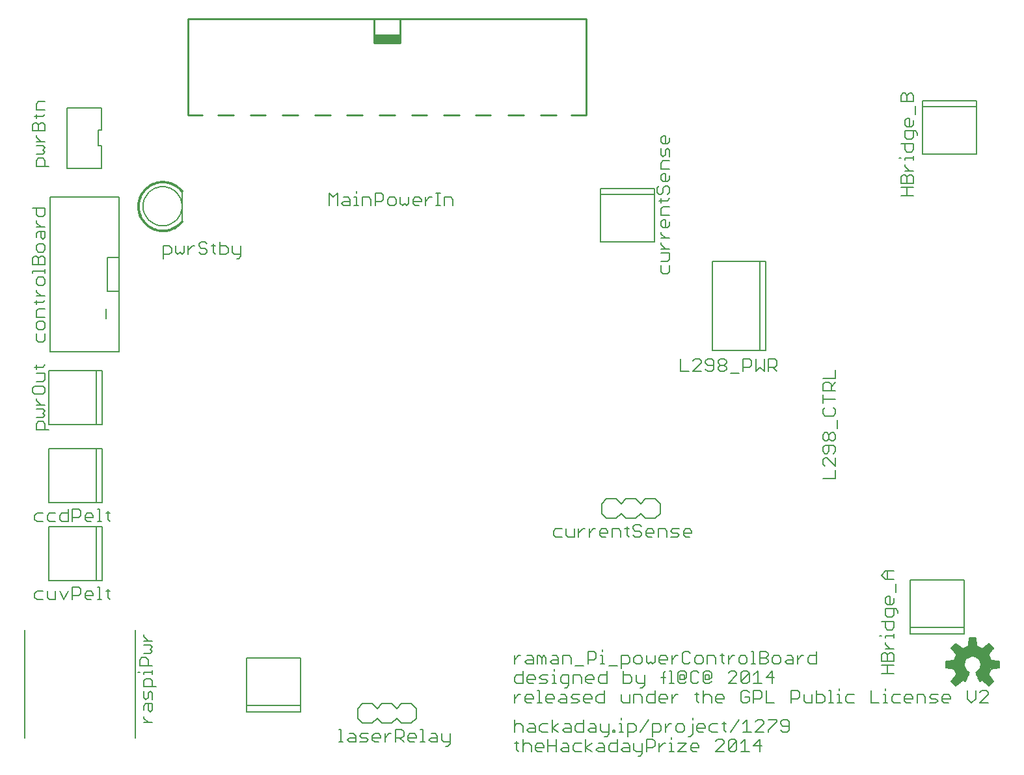
<source format=gto>
G75*
G70*
%OFA0B0*%
%FSLAX24Y24*%
%IPPOS*%
%LPD*%
%AMOC8*
5,1,8,0,0,1.08239X$1,22.5*
%
%ADD10C,0.0060*%
%ADD11C,0.0080*%
%ADD12C,0.0050*%
%ADD13C,0.0100*%
%ADD14C,0.0010*%
%ADD15C,0.0059*%
D10*
X007175Y002630D02*
X007602Y002630D01*
X007388Y002630D02*
X007175Y002844D01*
X007175Y002950D01*
X007175Y003274D02*
X007175Y003487D01*
X007282Y003594D01*
X007602Y003594D01*
X007602Y003274D01*
X007495Y003167D01*
X007388Y003274D01*
X007388Y003594D01*
X007282Y003812D02*
X007388Y003918D01*
X007388Y004132D01*
X007495Y004239D01*
X007602Y004132D01*
X007602Y003812D01*
X007282Y003812D02*
X007175Y003918D01*
X007175Y004239D01*
X007175Y004456D02*
X007175Y004776D01*
X007282Y004883D01*
X007495Y004883D01*
X007602Y004776D01*
X007602Y004456D01*
X007815Y004456D02*
X007175Y004456D01*
X007175Y005101D02*
X007175Y005208D01*
X007602Y005208D01*
X007602Y005314D02*
X007602Y005101D01*
X007602Y005530D02*
X006961Y005530D01*
X006961Y005851D01*
X007068Y005958D01*
X007282Y005958D01*
X007388Y005851D01*
X007388Y005530D01*
X006961Y005208D02*
X006855Y005208D01*
X007175Y006175D02*
X007495Y006175D01*
X007602Y006282D01*
X007495Y006389D01*
X007602Y006495D01*
X007495Y006602D01*
X007175Y006602D01*
X007175Y006820D02*
X007602Y006820D01*
X007388Y006820D02*
X007175Y007033D01*
X007175Y007140D01*
X005446Y008930D02*
X005339Y009037D01*
X005339Y009464D01*
X005232Y009357D02*
X005446Y009357D01*
X004909Y009571D02*
X004909Y008930D01*
X004802Y008930D02*
X005016Y008930D01*
X004585Y009144D02*
X004585Y009250D01*
X004478Y009357D01*
X004265Y009357D01*
X004158Y009250D01*
X004158Y009037D01*
X004265Y008930D01*
X004478Y008930D01*
X004585Y009144D02*
X004158Y009144D01*
X003940Y009250D02*
X003834Y009144D01*
X003513Y009144D01*
X003513Y008930D02*
X003513Y009571D01*
X003834Y009571D01*
X003940Y009464D01*
X003940Y009250D01*
X003296Y009357D02*
X003082Y008930D01*
X002869Y009357D01*
X002651Y009357D02*
X002651Y008930D01*
X002331Y008930D01*
X002224Y009037D01*
X002224Y009357D01*
X002007Y009357D02*
X001686Y009357D01*
X001580Y009250D01*
X001580Y009037D01*
X001686Y008930D01*
X002007Y008930D01*
X004802Y009571D02*
X004909Y009571D01*
X004909Y012930D02*
X004909Y013571D01*
X004802Y013571D01*
X004585Y013250D02*
X004585Y013144D01*
X004158Y013144D01*
X004158Y013250D02*
X004158Y013037D01*
X004265Y012930D01*
X004478Y012930D01*
X004802Y012930D02*
X005016Y012930D01*
X005339Y013037D02*
X005446Y012930D01*
X005339Y013037D02*
X005339Y013464D01*
X005232Y013357D02*
X005446Y013357D01*
X004585Y013250D02*
X004478Y013357D01*
X004265Y013357D01*
X004158Y013250D01*
X003940Y013250D02*
X003834Y013144D01*
X003513Y013144D01*
X003513Y012930D02*
X003513Y013571D01*
X003834Y013571D01*
X003940Y013464D01*
X003940Y013250D01*
X003296Y013357D02*
X002976Y013357D01*
X002869Y013250D01*
X002869Y013037D01*
X002976Y012930D01*
X003296Y012930D01*
X003296Y013571D01*
X002651Y013357D02*
X002331Y013357D01*
X002224Y013250D01*
X002224Y013037D01*
X002331Y012930D01*
X002651Y012930D01*
X002007Y012930D02*
X001686Y012930D01*
X001580Y013037D01*
X001580Y013250D01*
X001686Y013357D01*
X002007Y013357D01*
X002102Y017630D02*
X002102Y017950D01*
X001995Y018057D01*
X001782Y018057D01*
X001675Y017950D01*
X001675Y017630D01*
X002315Y017630D01*
X001995Y018275D02*
X001675Y018275D01*
X001995Y018275D02*
X002102Y018381D01*
X001995Y018488D01*
X002102Y018595D01*
X001995Y018702D01*
X001675Y018702D01*
X001675Y018919D02*
X002102Y018919D01*
X001888Y018919D02*
X001675Y019133D01*
X001675Y019239D01*
X001568Y019456D02*
X001995Y019456D01*
X002102Y019563D01*
X002102Y019776D01*
X001995Y019883D01*
X001568Y019883D01*
X001461Y019776D01*
X001461Y019563D01*
X001568Y019456D01*
X001675Y020101D02*
X001995Y020101D01*
X002102Y020208D01*
X002102Y020528D01*
X001675Y020528D01*
X001675Y020745D02*
X001675Y020959D01*
X001568Y020852D02*
X001995Y020852D01*
X002102Y020959D01*
X001995Y022130D02*
X001782Y022130D01*
X001675Y022237D01*
X001675Y022557D01*
X001782Y022775D02*
X001995Y022775D01*
X002102Y022881D01*
X002102Y023095D01*
X001995Y023202D01*
X001782Y023202D01*
X001675Y023095D01*
X001675Y022881D01*
X001782Y022775D01*
X002102Y022557D02*
X002102Y022237D01*
X001995Y022130D01*
X002102Y023419D02*
X001675Y023419D01*
X001675Y023739D01*
X001782Y023846D01*
X002102Y023846D01*
X001995Y024170D02*
X001568Y024170D01*
X001675Y024064D02*
X001675Y024277D01*
X001675Y024493D02*
X002102Y024493D01*
X001888Y024493D02*
X001675Y024707D01*
X001675Y024814D01*
X001782Y025030D02*
X001995Y025030D01*
X002102Y025137D01*
X002102Y025351D01*
X001995Y025458D01*
X001782Y025458D01*
X001675Y025351D01*
X001675Y025137D01*
X001782Y025030D01*
X002102Y025675D02*
X002102Y025889D01*
X002102Y025782D02*
X001461Y025782D01*
X001461Y025675D01*
X001461Y026105D02*
X001461Y026425D01*
X001568Y026532D01*
X001675Y026532D01*
X001782Y026425D01*
X001782Y026105D01*
X002102Y026105D02*
X001461Y026105D01*
X001782Y026425D02*
X001888Y026532D01*
X001995Y026532D01*
X002102Y026425D01*
X002102Y026105D01*
X001995Y026749D02*
X001782Y026749D01*
X001675Y026856D01*
X001675Y027070D01*
X001782Y027176D01*
X001995Y027176D01*
X002102Y027070D01*
X002102Y026856D01*
X001995Y026749D01*
X001995Y027394D02*
X001888Y027501D01*
X001888Y027821D01*
X001782Y027821D02*
X002102Y027821D01*
X002102Y027501D01*
X001995Y027394D01*
X001675Y027501D02*
X001675Y027714D01*
X001782Y027821D01*
X001888Y028038D02*
X001675Y028252D01*
X001675Y028359D01*
X001782Y028575D02*
X001675Y028682D01*
X001675Y029003D01*
X001461Y029003D02*
X002102Y029003D01*
X002102Y028682D01*
X001995Y028575D01*
X001782Y028575D01*
X001675Y028038D02*
X002102Y028038D01*
X002102Y031130D02*
X002102Y031450D01*
X001995Y031557D01*
X001782Y031557D01*
X001675Y031450D01*
X001675Y031130D01*
X002315Y031130D01*
X001995Y031775D02*
X001675Y031775D01*
X001995Y031775D02*
X002102Y031881D01*
X001995Y031988D01*
X002102Y032095D01*
X001995Y032202D01*
X001675Y032202D01*
X001675Y032419D02*
X002102Y032419D01*
X001888Y032419D02*
X001675Y032633D01*
X001675Y032739D01*
X001782Y032956D02*
X001782Y033276D01*
X001888Y033383D01*
X001995Y033383D01*
X002102Y033276D01*
X002102Y032956D01*
X001461Y032956D01*
X001461Y033276D01*
X001568Y033383D01*
X001675Y033383D01*
X001782Y033276D01*
X001675Y033601D02*
X001675Y033814D01*
X001568Y033708D02*
X001995Y033708D01*
X002102Y033814D01*
X002102Y034030D02*
X001675Y034030D01*
X001675Y034351D01*
X001782Y034458D01*
X002102Y034458D01*
X007132Y029100D02*
X007134Y029163D01*
X007140Y029225D01*
X007150Y029287D01*
X007163Y029349D01*
X007181Y029409D01*
X007202Y029468D01*
X007227Y029526D01*
X007256Y029582D01*
X007288Y029636D01*
X007323Y029688D01*
X007361Y029737D01*
X007403Y029785D01*
X007447Y029829D01*
X007495Y029871D01*
X007544Y029909D01*
X007596Y029944D01*
X007650Y029976D01*
X007706Y030005D01*
X007764Y030030D01*
X007823Y030051D01*
X007883Y030069D01*
X007945Y030082D01*
X008007Y030092D01*
X008069Y030098D01*
X008132Y030100D01*
X008195Y030098D01*
X008257Y030092D01*
X008319Y030082D01*
X008381Y030069D01*
X008441Y030051D01*
X008500Y030030D01*
X008558Y030005D01*
X008614Y029976D01*
X008668Y029944D01*
X008720Y029909D01*
X008769Y029871D01*
X008817Y029829D01*
X008861Y029785D01*
X008903Y029737D01*
X008941Y029688D01*
X008976Y029636D01*
X009008Y029582D01*
X009037Y029526D01*
X009062Y029468D01*
X009083Y029409D01*
X009101Y029349D01*
X009114Y029287D01*
X009124Y029225D01*
X009130Y029163D01*
X009132Y029100D01*
X009130Y029037D01*
X009124Y028975D01*
X009114Y028913D01*
X009101Y028851D01*
X009083Y028791D01*
X009062Y028732D01*
X009037Y028674D01*
X009008Y028618D01*
X008976Y028564D01*
X008941Y028512D01*
X008903Y028463D01*
X008861Y028415D01*
X008817Y028371D01*
X008769Y028329D01*
X008720Y028291D01*
X008668Y028256D01*
X008614Y028224D01*
X008558Y028195D01*
X008500Y028170D01*
X008441Y028149D01*
X008381Y028131D01*
X008319Y028118D01*
X008257Y028108D01*
X008195Y028102D01*
X008132Y028100D01*
X008069Y028102D01*
X008007Y028108D01*
X007945Y028118D01*
X007883Y028131D01*
X007823Y028149D01*
X007764Y028170D01*
X007706Y028195D01*
X007650Y028224D01*
X007596Y028256D01*
X007544Y028291D01*
X007495Y028329D01*
X007447Y028371D01*
X007403Y028415D01*
X007361Y028463D01*
X007323Y028512D01*
X007288Y028564D01*
X007256Y028618D01*
X007227Y028674D01*
X007202Y028732D01*
X007181Y028791D01*
X007163Y028851D01*
X007150Y028913D01*
X007140Y028975D01*
X007134Y029037D01*
X007132Y029100D01*
X008162Y027057D02*
X008482Y027057D01*
X008589Y026950D01*
X008589Y026737D01*
X008482Y026630D01*
X008162Y026630D01*
X008162Y026416D02*
X008162Y027057D01*
X008806Y027057D02*
X008806Y026737D01*
X008913Y026630D01*
X009020Y026737D01*
X009127Y026630D01*
X009233Y026737D01*
X009233Y027057D01*
X009451Y027057D02*
X009451Y026630D01*
X009451Y026844D02*
X009665Y027057D01*
X009771Y027057D01*
X009988Y027057D02*
X009988Y027164D01*
X010095Y027271D01*
X010308Y027271D01*
X010415Y027164D01*
X010308Y026950D02*
X010415Y026844D01*
X010415Y026737D01*
X010308Y026630D01*
X010095Y026630D01*
X009988Y026737D01*
X010095Y026950D02*
X010308Y026950D01*
X010095Y026950D02*
X009988Y027057D01*
X010633Y027057D02*
X010846Y027057D01*
X010739Y027164D02*
X010739Y026737D01*
X010846Y026630D01*
X011062Y026630D02*
X011383Y026630D01*
X011489Y026737D01*
X011489Y026950D01*
X011383Y027057D01*
X011062Y027057D01*
X011062Y027271D02*
X011062Y026630D01*
X011707Y026737D02*
X011814Y026630D01*
X012134Y026630D01*
X012134Y026523D02*
X012027Y026416D01*
X011920Y026416D01*
X012134Y026523D02*
X012134Y027057D01*
X011707Y027057D02*
X011707Y026737D01*
X016662Y029130D02*
X016662Y029771D01*
X016875Y029557D01*
X017089Y029771D01*
X017089Y029130D01*
X017306Y029237D02*
X017413Y029344D01*
X017733Y029344D01*
X017733Y029450D02*
X017733Y029130D01*
X017413Y029130D01*
X017306Y029237D01*
X017413Y029557D02*
X017627Y029557D01*
X017733Y029450D01*
X017951Y029557D02*
X018058Y029557D01*
X018058Y029130D01*
X017951Y029130D02*
X018165Y029130D01*
X018381Y029130D02*
X018381Y029557D01*
X018701Y029557D01*
X018808Y029450D01*
X018808Y029130D01*
X019025Y029130D02*
X019025Y029771D01*
X019346Y029771D01*
X019452Y029664D01*
X019452Y029450D01*
X019346Y029344D01*
X019025Y029344D01*
X019670Y029450D02*
X019777Y029557D01*
X019990Y029557D01*
X020097Y029450D01*
X020097Y029237D01*
X019990Y029130D01*
X019777Y029130D01*
X019670Y029237D01*
X019670Y029450D01*
X020314Y029557D02*
X020314Y029237D01*
X020421Y029130D01*
X020528Y029237D01*
X020635Y029130D01*
X020741Y029237D01*
X020741Y029557D01*
X020959Y029450D02*
X021066Y029557D01*
X021279Y029557D01*
X021386Y029450D01*
X021386Y029344D01*
X020959Y029344D01*
X020959Y029450D02*
X020959Y029237D01*
X021066Y029130D01*
X021279Y029130D01*
X021603Y029130D02*
X021603Y029557D01*
X021603Y029344D02*
X021817Y029557D01*
X021924Y029557D01*
X022141Y029771D02*
X022354Y029771D01*
X022247Y029771D02*
X022247Y029130D01*
X022141Y029130D02*
X022354Y029130D01*
X022570Y029130D02*
X022570Y029557D01*
X022891Y029557D01*
X022997Y029450D01*
X022997Y029130D01*
X018058Y029771D02*
X018058Y029877D01*
X033461Y029819D02*
X033568Y029712D01*
X033675Y029712D01*
X033782Y029819D01*
X033782Y030032D01*
X033888Y030139D01*
X033995Y030139D01*
X034102Y030032D01*
X034102Y029819D01*
X033995Y029712D01*
X034102Y029496D02*
X033995Y029389D01*
X033568Y029389D01*
X033675Y029282D02*
X033675Y029496D01*
X033461Y029819D02*
X033461Y030032D01*
X033568Y030139D01*
X033782Y030357D02*
X033675Y030463D01*
X033675Y030677D01*
X033782Y030784D01*
X033888Y030784D01*
X033888Y030357D01*
X033782Y030357D02*
X033995Y030357D01*
X034102Y030463D01*
X034102Y030677D01*
X034102Y031001D02*
X033675Y031001D01*
X033675Y031322D01*
X033782Y031428D01*
X034102Y031428D01*
X034102Y031646D02*
X034102Y031966D01*
X033995Y032073D01*
X033888Y031966D01*
X033888Y031753D01*
X033782Y031646D01*
X033675Y031753D01*
X033675Y032073D01*
X033782Y032290D02*
X033675Y032397D01*
X033675Y032611D01*
X033782Y032717D01*
X033888Y032717D01*
X033888Y032290D01*
X033782Y032290D02*
X033995Y032290D01*
X034102Y032397D01*
X034102Y032611D01*
X034102Y029065D02*
X033782Y029065D01*
X033675Y028958D01*
X033675Y028638D01*
X034102Y028638D01*
X033888Y028420D02*
X033888Y027993D01*
X033782Y027993D02*
X033675Y028100D01*
X033675Y028314D01*
X033782Y028420D01*
X033888Y028420D01*
X034102Y028314D02*
X034102Y028100D01*
X033995Y027993D01*
X033782Y027993D01*
X033675Y027776D02*
X033675Y027670D01*
X033888Y027456D01*
X033675Y027456D02*
X034102Y027456D01*
X033675Y027239D02*
X033675Y027133D01*
X033888Y026919D01*
X033675Y026919D02*
X034102Y026919D01*
X034102Y026702D02*
X033675Y026702D01*
X034102Y026702D02*
X034102Y026381D01*
X033995Y026275D01*
X033675Y026275D01*
X033675Y026057D02*
X033675Y025737D01*
X033782Y025630D01*
X033995Y025630D01*
X034102Y025737D01*
X034102Y026057D01*
X034662Y021271D02*
X034662Y020630D01*
X035089Y020630D01*
X035306Y020630D02*
X035733Y021057D01*
X035733Y021164D01*
X035627Y021271D01*
X035413Y021271D01*
X035306Y021164D01*
X035951Y021164D02*
X035951Y021057D01*
X036058Y020950D01*
X036378Y020950D01*
X036378Y020737D02*
X036378Y021164D01*
X036271Y021271D01*
X036058Y021271D01*
X035951Y021164D01*
X036596Y021164D02*
X036596Y021057D01*
X036702Y020950D01*
X036916Y020950D01*
X037023Y020844D01*
X037023Y020737D01*
X036916Y020630D01*
X036702Y020630D01*
X036596Y020737D01*
X036596Y020844D01*
X036702Y020950D01*
X036916Y020950D02*
X037023Y021057D01*
X037023Y021164D01*
X036916Y021271D01*
X036702Y021271D01*
X036596Y021164D01*
X036378Y020737D02*
X036271Y020630D01*
X036058Y020630D01*
X035951Y020737D01*
X035733Y020630D02*
X035306Y020630D01*
X037240Y020523D02*
X037667Y020523D01*
X037885Y020630D02*
X037885Y021271D01*
X038205Y021271D01*
X038312Y021164D01*
X038312Y020950D01*
X038205Y020844D01*
X037885Y020844D01*
X038529Y020630D02*
X038743Y020844D01*
X038956Y020630D01*
X038956Y021271D01*
X039174Y021271D02*
X039494Y021271D01*
X039601Y021164D01*
X039601Y020950D01*
X039494Y020844D01*
X039174Y020844D01*
X039387Y020844D02*
X039601Y020630D01*
X039174Y020630D02*
X039174Y021271D01*
X038529Y021271D02*
X038529Y020630D01*
X041961Y020286D02*
X042602Y020286D01*
X042602Y020713D01*
X042602Y020069D02*
X042388Y019855D01*
X042388Y019962D02*
X042388Y019642D01*
X042602Y019642D02*
X041961Y019642D01*
X041961Y019962D01*
X042068Y020069D01*
X042282Y020069D01*
X042388Y019962D01*
X041961Y019424D02*
X041961Y018997D01*
X041961Y019211D02*
X042602Y019211D01*
X042495Y018780D02*
X042602Y018673D01*
X042602Y018460D01*
X042495Y018353D01*
X042068Y018353D01*
X041961Y018460D01*
X041961Y018673D01*
X042068Y018780D01*
X042709Y018135D02*
X042709Y017708D01*
X042495Y017491D02*
X042602Y017384D01*
X042602Y017170D01*
X042495Y017064D01*
X042388Y017064D01*
X042282Y017170D01*
X042282Y017384D01*
X042388Y017491D01*
X042495Y017491D01*
X042282Y017384D02*
X042175Y017491D01*
X042068Y017491D01*
X041961Y017384D01*
X041961Y017170D01*
X042068Y017064D01*
X042175Y017064D01*
X042282Y017170D01*
X042282Y016846D02*
X042282Y016526D01*
X042175Y016419D01*
X042068Y016419D01*
X041961Y016526D01*
X041961Y016739D01*
X042068Y016846D01*
X042495Y016846D01*
X042602Y016739D01*
X042602Y016526D01*
X042495Y016419D01*
X042602Y016202D02*
X042602Y015775D01*
X042175Y016202D01*
X042068Y016202D01*
X041961Y016095D01*
X041961Y015881D01*
X042068Y015775D01*
X042602Y015557D02*
X042602Y015130D01*
X041961Y015130D01*
X045175Y010391D02*
X045602Y010391D01*
X045282Y010391D02*
X045282Y009964D01*
X045175Y009964D02*
X044961Y010178D01*
X045175Y010391D01*
X045175Y009964D02*
X045602Y009964D01*
X045709Y009747D02*
X045709Y009320D01*
X045602Y008995D02*
X045602Y008782D01*
X045495Y008675D01*
X045282Y008675D01*
X045175Y008782D01*
X045175Y008995D01*
X045282Y009102D01*
X045388Y009102D01*
X045388Y008675D01*
X045175Y008458D02*
X045709Y008458D01*
X045815Y008351D01*
X045815Y008244D01*
X045602Y008137D02*
X045602Y008458D01*
X045602Y008137D02*
X045495Y008030D01*
X045282Y008030D01*
X045175Y008137D01*
X045175Y008458D01*
X045175Y007813D02*
X045175Y007493D01*
X045282Y007386D01*
X045495Y007386D01*
X045602Y007493D01*
X045602Y007813D01*
X044961Y007813D01*
X044961Y007063D02*
X044855Y007063D01*
X045175Y007063D02*
X045602Y007063D01*
X045602Y006956D02*
X045602Y007170D01*
X045175Y007063D02*
X045175Y006956D01*
X045175Y006739D02*
X045175Y006633D01*
X045388Y006419D01*
X045175Y006419D02*
X045602Y006419D01*
X045495Y006202D02*
X045602Y006095D01*
X045602Y005775D01*
X044961Y005775D01*
X044961Y006095D01*
X045068Y006202D01*
X045175Y006202D01*
X045282Y006095D01*
X045282Y005775D01*
X045282Y005557D02*
X045282Y005130D01*
X045602Y005130D02*
X044961Y005130D01*
X044961Y005557D02*
X045602Y005557D01*
X045282Y006095D02*
X045388Y006202D01*
X045495Y006202D01*
X045175Y004377D02*
X045175Y004271D01*
X045175Y004057D02*
X045175Y003630D01*
X045069Y003630D02*
X045282Y003630D01*
X045498Y003737D02*
X045605Y003630D01*
X045925Y003630D01*
X046143Y003737D02*
X046143Y003950D01*
X046250Y004057D01*
X046463Y004057D01*
X046570Y003950D01*
X046570Y003844D01*
X046143Y003844D01*
X046143Y003737D02*
X046250Y003630D01*
X046463Y003630D01*
X046787Y003630D02*
X046787Y004057D01*
X047108Y004057D01*
X047215Y003950D01*
X047215Y003630D01*
X047432Y003630D02*
X047752Y003630D01*
X047859Y003737D01*
X047752Y003844D01*
X047539Y003844D01*
X047432Y003950D01*
X047539Y004057D01*
X047859Y004057D01*
X048077Y003950D02*
X048183Y004057D01*
X048397Y004057D01*
X048504Y003950D01*
X048504Y003844D01*
X048077Y003844D01*
X048077Y003950D02*
X048077Y003737D01*
X048183Y003630D01*
X048397Y003630D01*
X049366Y003844D02*
X049366Y004271D01*
X049793Y004271D02*
X049793Y003844D01*
X049579Y003630D01*
X049366Y003844D01*
X050010Y003630D02*
X050437Y004057D01*
X050437Y004164D01*
X050331Y004271D01*
X050117Y004271D01*
X050010Y004164D01*
X050010Y003630D02*
X050437Y003630D01*
X045925Y004057D02*
X045605Y004057D01*
X045498Y003950D01*
X045498Y003737D01*
X045175Y004057D02*
X045069Y004057D01*
X044851Y003630D02*
X044424Y003630D01*
X044424Y004271D01*
X043562Y004057D02*
X043242Y004057D01*
X043135Y003950D01*
X043135Y003737D01*
X043242Y003630D01*
X043562Y003630D01*
X042919Y003630D02*
X042705Y003630D01*
X042812Y003630D02*
X042812Y004057D01*
X042705Y004057D01*
X042812Y004271D02*
X042812Y004377D01*
X042382Y004271D02*
X042382Y003630D01*
X042276Y003630D02*
X042489Y003630D01*
X042058Y003737D02*
X042058Y003950D01*
X041951Y004057D01*
X041631Y004057D01*
X041631Y004271D02*
X041631Y003630D01*
X041951Y003630D01*
X042058Y003737D01*
X042276Y004271D02*
X042382Y004271D01*
X041414Y004057D02*
X041414Y003630D01*
X041093Y003630D01*
X040987Y003737D01*
X040987Y004057D01*
X040769Y004164D02*
X040769Y003950D01*
X040662Y003844D01*
X040342Y003844D01*
X040342Y003630D02*
X040342Y004271D01*
X040662Y004271D01*
X040769Y004164D01*
X039480Y003630D02*
X039053Y003630D01*
X039053Y004271D01*
X038835Y004164D02*
X038835Y003950D01*
X038729Y003844D01*
X038408Y003844D01*
X038408Y003630D02*
X038408Y004271D01*
X038729Y004271D01*
X038835Y004164D01*
X038835Y004630D02*
X038408Y004630D01*
X038622Y004630D02*
X038622Y005271D01*
X038408Y005057D01*
X038191Y005164D02*
X037764Y004737D01*
X037871Y004630D01*
X038084Y004630D01*
X038191Y004737D01*
X038191Y005164D01*
X038084Y005271D01*
X037871Y005271D01*
X037764Y005164D01*
X037764Y004737D01*
X037546Y004630D02*
X037119Y004630D01*
X037546Y005057D01*
X037546Y005164D01*
X037440Y005271D01*
X037226Y005271D01*
X037119Y005164D01*
X036257Y005164D02*
X036150Y005271D01*
X035937Y005271D01*
X035830Y005164D01*
X035830Y004737D01*
X035937Y004630D01*
X036150Y004630D01*
X036257Y004737D01*
X036150Y004844D02*
X035937Y004844D01*
X035937Y005057D01*
X036150Y005057D01*
X036150Y004844D01*
X036257Y004950D01*
X036257Y005164D01*
X035613Y005164D02*
X035506Y005271D01*
X035292Y005271D01*
X035186Y005164D01*
X035186Y004737D01*
X035292Y004630D01*
X035506Y004630D01*
X035613Y004737D01*
X035830Y004271D02*
X035830Y003630D01*
X035614Y003630D02*
X035507Y003737D01*
X035507Y004164D01*
X035400Y004057D02*
X035614Y004057D01*
X035830Y003950D02*
X035937Y004057D01*
X036150Y004057D01*
X036257Y003950D01*
X036257Y003630D01*
X036475Y003737D02*
X036475Y003950D01*
X036581Y004057D01*
X036795Y004057D01*
X036902Y003950D01*
X036902Y003844D01*
X036475Y003844D01*
X036475Y003737D02*
X036581Y003630D01*
X036795Y003630D01*
X037764Y003737D02*
X037764Y004164D01*
X037871Y004271D01*
X038084Y004271D01*
X038191Y004164D01*
X038191Y003950D02*
X037977Y003950D01*
X038191Y003950D02*
X038191Y003737D01*
X038084Y003630D01*
X037871Y003630D01*
X037764Y003737D01*
X037654Y002771D02*
X037227Y002130D01*
X037010Y002130D02*
X036904Y002237D01*
X036904Y002664D01*
X037010Y002557D02*
X036797Y002557D01*
X036579Y002557D02*
X036259Y002557D01*
X036152Y002450D01*
X036152Y002237D01*
X036259Y002130D01*
X036579Y002130D01*
X036581Y001771D02*
X036475Y001664D01*
X036581Y001771D02*
X036795Y001771D01*
X036902Y001664D01*
X036902Y001557D01*
X036475Y001130D01*
X036902Y001130D01*
X037119Y001237D02*
X037226Y001130D01*
X037440Y001130D01*
X037546Y001237D01*
X037546Y001664D01*
X037119Y001237D01*
X037119Y001664D01*
X037226Y001771D01*
X037440Y001771D01*
X037546Y001664D01*
X037764Y001557D02*
X037977Y001771D01*
X037977Y001130D01*
X037764Y001130D02*
X038191Y001130D01*
X038408Y001450D02*
X038835Y001450D01*
X038729Y001130D02*
X038729Y001771D01*
X038408Y001450D01*
X038516Y002130D02*
X038943Y002557D01*
X038943Y002664D01*
X038836Y002771D01*
X038623Y002771D01*
X038516Y002664D01*
X038085Y002771D02*
X038085Y002130D01*
X038298Y002130D02*
X037871Y002130D01*
X037871Y002557D02*
X038085Y002771D01*
X038516Y002130D02*
X038943Y002130D01*
X039160Y002130D02*
X039160Y002237D01*
X039587Y002664D01*
X039587Y002771D01*
X039160Y002771D01*
X039805Y002664D02*
X039805Y002557D01*
X039912Y002450D01*
X040232Y002450D01*
X040232Y002237D02*
X040232Y002664D01*
X040125Y002771D01*
X039912Y002771D01*
X039805Y002664D01*
X039805Y002237D02*
X039912Y002130D01*
X040125Y002130D01*
X040232Y002237D01*
X039373Y004630D02*
X039373Y005271D01*
X039053Y004950D01*
X039480Y004950D01*
X039482Y005630D02*
X039375Y005737D01*
X039375Y005950D01*
X039482Y006057D01*
X039695Y006057D01*
X039802Y005950D01*
X039802Y005737D01*
X039695Y005630D01*
X039482Y005630D01*
X039158Y005737D02*
X039051Y005630D01*
X038731Y005630D01*
X038731Y006271D01*
X039051Y006271D01*
X039158Y006164D01*
X039158Y006057D01*
X039051Y005950D01*
X038731Y005950D01*
X039051Y005950D02*
X039158Y005844D01*
X039158Y005737D01*
X038514Y005630D02*
X038301Y005630D01*
X038408Y005630D02*
X038408Y006271D01*
X038301Y006271D01*
X038083Y005950D02*
X037977Y006057D01*
X037763Y006057D01*
X037656Y005950D01*
X037656Y005737D01*
X037763Y005630D01*
X037977Y005630D01*
X038083Y005737D01*
X038083Y005950D01*
X037440Y006057D02*
X037333Y006057D01*
X037119Y005844D01*
X037119Y006057D02*
X037119Y005630D01*
X036903Y005630D02*
X036796Y005737D01*
X036796Y006164D01*
X036690Y006057D02*
X036903Y006057D01*
X036472Y005950D02*
X036472Y005630D01*
X036472Y005950D02*
X036365Y006057D01*
X036045Y006057D01*
X036045Y005630D01*
X035827Y005737D02*
X035827Y005950D01*
X035721Y006057D01*
X035507Y006057D01*
X035400Y005950D01*
X035400Y005737D01*
X035507Y005630D01*
X035721Y005630D01*
X035827Y005737D01*
X035183Y005737D02*
X035076Y005630D01*
X034863Y005630D01*
X034756Y005737D01*
X034756Y006164D01*
X034863Y006271D01*
X035076Y006271D01*
X035183Y006164D01*
X034539Y006057D02*
X034432Y006057D01*
X034219Y005844D01*
X034219Y006057D02*
X034219Y005630D01*
X034001Y005844D02*
X033574Y005844D01*
X033574Y005950D02*
X033681Y006057D01*
X033894Y006057D01*
X034001Y005950D01*
X034001Y005844D01*
X033894Y005630D02*
X033681Y005630D01*
X033574Y005737D01*
X033574Y005950D01*
X033357Y006057D02*
X033357Y005737D01*
X033250Y005630D01*
X033143Y005737D01*
X033036Y005630D01*
X032930Y005737D01*
X032930Y006057D01*
X032712Y005950D02*
X032605Y006057D01*
X032392Y006057D01*
X032285Y005950D01*
X032285Y005737D01*
X032392Y005630D01*
X032605Y005630D01*
X032712Y005737D01*
X032712Y005950D01*
X032068Y005950D02*
X031961Y006057D01*
X031641Y006057D01*
X031641Y005416D01*
X031748Y005271D02*
X031748Y004630D01*
X032068Y004630D01*
X032175Y004737D01*
X032175Y004950D01*
X032068Y005057D01*
X031748Y005057D01*
X031423Y005523D02*
X030996Y005523D01*
X030780Y005630D02*
X030566Y005630D01*
X030673Y005630D02*
X030673Y006057D01*
X030566Y006057D01*
X030673Y006271D02*
X030673Y006377D01*
X030349Y006164D02*
X030349Y005950D01*
X030242Y005844D01*
X029922Y005844D01*
X029922Y005630D02*
X029922Y006271D01*
X030242Y006271D01*
X030349Y006164D01*
X029704Y005523D02*
X029277Y005523D01*
X029060Y005630D02*
X029060Y005950D01*
X028953Y006057D01*
X028633Y006057D01*
X028633Y005630D01*
X028415Y005630D02*
X028095Y005630D01*
X027988Y005737D01*
X028095Y005844D01*
X028415Y005844D01*
X028415Y005950D02*
X028415Y005630D01*
X028415Y005950D02*
X028308Y006057D01*
X028095Y006057D01*
X027771Y005950D02*
X027664Y006057D01*
X027557Y005950D01*
X027557Y005630D01*
X027344Y005630D02*
X027344Y006057D01*
X027450Y006057D01*
X027557Y005950D01*
X027771Y005950D02*
X027771Y005630D01*
X028202Y005377D02*
X028202Y005271D01*
X028202Y005057D02*
X028096Y005057D01*
X028202Y005057D02*
X028202Y004630D01*
X028096Y004630D02*
X028309Y004630D01*
X028525Y004737D02*
X028632Y004630D01*
X028952Y004630D01*
X028952Y004523D02*
X028952Y005057D01*
X028632Y005057D01*
X028525Y004950D01*
X028525Y004737D01*
X028739Y004416D02*
X028846Y004416D01*
X028952Y004523D01*
X029170Y004630D02*
X029170Y005057D01*
X029490Y005057D01*
X029597Y004950D01*
X029597Y004630D01*
X029814Y004737D02*
X029814Y004950D01*
X029921Y005057D01*
X030135Y005057D01*
X030241Y004950D01*
X030241Y004844D01*
X029814Y004844D01*
X029814Y004737D02*
X029921Y004630D01*
X030135Y004630D01*
X030459Y004737D02*
X030459Y004950D01*
X030566Y005057D01*
X030886Y005057D01*
X030886Y005271D02*
X030886Y004630D01*
X030566Y004630D01*
X030459Y004737D01*
X030778Y004271D02*
X030778Y003630D01*
X030458Y003630D01*
X030351Y003737D01*
X030351Y003950D01*
X030458Y004057D01*
X030778Y004057D01*
X030134Y003950D02*
X030134Y003844D01*
X029707Y003844D01*
X029707Y003950D02*
X029814Y004057D01*
X030027Y004057D01*
X030134Y003950D01*
X030027Y003630D02*
X029814Y003630D01*
X029707Y003737D01*
X029707Y003950D01*
X029489Y004057D02*
X029169Y004057D01*
X029062Y003950D01*
X029169Y003844D01*
X029383Y003844D01*
X029489Y003737D01*
X029383Y003630D01*
X029062Y003630D01*
X028845Y003630D02*
X028525Y003630D01*
X028418Y003737D01*
X028525Y003844D01*
X028845Y003844D01*
X028845Y003950D02*
X028845Y003630D01*
X028845Y003950D02*
X028738Y004057D01*
X028525Y004057D01*
X028200Y003950D02*
X028200Y003844D01*
X027773Y003844D01*
X027773Y003950D02*
X027880Y004057D01*
X028094Y004057D01*
X028200Y003950D01*
X028094Y003630D02*
X027880Y003630D01*
X027773Y003737D01*
X027773Y003950D01*
X027557Y003630D02*
X027344Y003630D01*
X027450Y003630D02*
X027450Y004271D01*
X027344Y004271D01*
X027451Y004630D02*
X027771Y004630D01*
X027878Y004737D01*
X027771Y004844D01*
X027558Y004844D01*
X027451Y004950D01*
X027558Y005057D01*
X027878Y005057D01*
X027233Y004950D02*
X027233Y004844D01*
X026806Y004844D01*
X026806Y004950D02*
X026913Y005057D01*
X027127Y005057D01*
X027233Y004950D01*
X027127Y004630D02*
X026913Y004630D01*
X026806Y004737D01*
X026806Y004950D01*
X026589Y005057D02*
X026269Y005057D01*
X026162Y004950D01*
X026162Y004737D01*
X026269Y004630D01*
X026589Y004630D01*
X026589Y005271D01*
X026806Y005630D02*
X026699Y005737D01*
X026806Y005844D01*
X027126Y005844D01*
X027126Y005950D02*
X027126Y005630D01*
X026806Y005630D01*
X026806Y006057D02*
X027019Y006057D01*
X027126Y005950D01*
X026482Y006057D02*
X026375Y006057D01*
X026162Y005844D01*
X026162Y006057D02*
X026162Y005630D01*
X026162Y004057D02*
X026162Y003630D01*
X026162Y003844D02*
X026375Y004057D01*
X026482Y004057D01*
X026699Y003950D02*
X026806Y004057D01*
X027019Y004057D01*
X027126Y003950D01*
X027126Y003844D01*
X026699Y003844D01*
X026699Y003950D02*
X026699Y003737D01*
X026806Y003630D01*
X027019Y003630D01*
X026913Y002557D02*
X027127Y002557D01*
X027233Y002450D01*
X027233Y002130D01*
X026913Y002130D01*
X026806Y002237D01*
X026913Y002344D01*
X027233Y002344D01*
X027451Y002450D02*
X027451Y002237D01*
X027558Y002130D01*
X027878Y002130D01*
X028096Y002130D02*
X028096Y002771D01*
X027878Y002557D02*
X027558Y002557D01*
X027451Y002450D01*
X028096Y002344D02*
X028416Y002557D01*
X028739Y002557D02*
X028953Y002557D01*
X029060Y002450D01*
X029060Y002130D01*
X028739Y002130D01*
X028633Y002237D01*
X028739Y002344D01*
X029060Y002344D01*
X029277Y002237D02*
X029277Y002450D01*
X029384Y002557D01*
X029704Y002557D01*
X029704Y002771D02*
X029704Y002130D01*
X029384Y002130D01*
X029277Y002237D01*
X029922Y002237D02*
X030029Y002344D01*
X030349Y002344D01*
X030349Y002450D02*
X030349Y002130D01*
X030029Y002130D01*
X029922Y002237D01*
X030029Y002557D02*
X030242Y002557D01*
X030349Y002450D01*
X030566Y002557D02*
X030566Y002237D01*
X030673Y002130D01*
X030993Y002130D01*
X030993Y002023D02*
X030887Y001916D01*
X030780Y001916D01*
X030993Y002023D02*
X030993Y002557D01*
X031211Y002237D02*
X031318Y002237D01*
X031318Y002130D01*
X031211Y002130D01*
X031211Y002237D01*
X031533Y002130D02*
X031747Y002130D01*
X031640Y002130D02*
X031640Y002557D01*
X031533Y002557D01*
X031640Y002771D02*
X031640Y002877D01*
X031963Y002557D02*
X032283Y002557D01*
X032390Y002450D01*
X032390Y002237D01*
X032283Y002130D01*
X031963Y002130D01*
X031963Y001916D02*
X031963Y002557D01*
X032607Y002130D02*
X033034Y002771D01*
X033252Y002557D02*
X033572Y002557D01*
X033679Y002450D01*
X033679Y002237D01*
X033572Y002130D01*
X033252Y002130D01*
X033252Y001916D02*
X033252Y002557D01*
X033896Y002557D02*
X033896Y002130D01*
X033896Y002344D02*
X034110Y002557D01*
X034217Y002557D01*
X034434Y002450D02*
X034434Y002237D01*
X034540Y002130D01*
X034754Y002130D01*
X034861Y002237D01*
X034861Y002450D01*
X034754Y002557D01*
X034540Y002557D01*
X034434Y002450D01*
X035292Y002557D02*
X035292Y002023D01*
X035185Y001916D01*
X035078Y001916D01*
X034968Y001557D02*
X034541Y001557D01*
X034218Y001557D02*
X034218Y001130D01*
X034111Y001130D02*
X034325Y001130D01*
X034541Y001130D02*
X034968Y001130D01*
X035186Y001237D02*
X035292Y001130D01*
X035506Y001130D01*
X035613Y001344D02*
X035186Y001344D01*
X035186Y001450D02*
X035292Y001557D01*
X035506Y001557D01*
X035613Y001450D01*
X035613Y001344D01*
X035186Y001450D02*
X035186Y001237D01*
X034968Y001557D02*
X034541Y001130D01*
X034218Y001557D02*
X034111Y001557D01*
X033894Y001557D02*
X033788Y001557D01*
X033574Y001344D01*
X033574Y001557D02*
X033574Y001130D01*
X033357Y001450D02*
X033250Y001344D01*
X032930Y001344D01*
X032930Y001130D02*
X032930Y001771D01*
X033250Y001771D01*
X033357Y001664D01*
X033357Y001450D01*
X032712Y001557D02*
X032712Y001023D01*
X032605Y000916D01*
X032499Y000916D01*
X032392Y001130D02*
X032712Y001130D01*
X032392Y001130D02*
X032285Y001237D01*
X032285Y001557D01*
X032068Y001450D02*
X032068Y001130D01*
X031747Y001130D01*
X031641Y001237D01*
X031747Y001344D01*
X032068Y001344D01*
X032068Y001450D02*
X031961Y001557D01*
X031747Y001557D01*
X031423Y001557D02*
X031103Y001557D01*
X030996Y001450D01*
X030996Y001237D01*
X031103Y001130D01*
X031423Y001130D01*
X031423Y001771D01*
X030778Y001450D02*
X030778Y001130D01*
X030458Y001130D01*
X030351Y001237D01*
X030458Y001344D01*
X030778Y001344D01*
X030778Y001450D02*
X030672Y001557D01*
X030458Y001557D01*
X030135Y001557D02*
X029814Y001344D01*
X030135Y001130D01*
X029814Y001130D02*
X029814Y001771D01*
X029597Y001557D02*
X029277Y001557D01*
X029170Y001450D01*
X029170Y001237D01*
X029277Y001130D01*
X029597Y001130D01*
X028952Y001130D02*
X028952Y001450D01*
X028846Y001557D01*
X028632Y001557D01*
X028632Y001344D02*
X028952Y001344D01*
X028952Y001130D02*
X028632Y001130D01*
X028525Y001237D01*
X028632Y001344D01*
X028308Y001450D02*
X027881Y001450D01*
X027663Y001450D02*
X027663Y001344D01*
X027236Y001344D01*
X027236Y001450D02*
X027343Y001557D01*
X027556Y001557D01*
X027663Y001450D01*
X027556Y001130D02*
X027343Y001130D01*
X027236Y001237D01*
X027236Y001450D01*
X027019Y001450D02*
X027019Y001130D01*
X027019Y001450D02*
X026912Y001557D01*
X026698Y001557D01*
X026592Y001450D01*
X026375Y001557D02*
X026162Y001557D01*
X026269Y001664D02*
X026269Y001237D01*
X026375Y001130D01*
X026592Y001130D02*
X026592Y001771D01*
X026589Y002130D02*
X026589Y002450D01*
X026482Y002557D01*
X026269Y002557D01*
X026162Y002450D01*
X026162Y002130D02*
X026162Y002771D01*
X028096Y002344D02*
X028416Y002130D01*
X028308Y001771D02*
X028308Y001130D01*
X027881Y001130D02*
X027881Y001771D01*
X031641Y003737D02*
X031641Y004057D01*
X031641Y003737D02*
X031747Y003630D01*
X032068Y003630D01*
X032068Y004057D01*
X032285Y004057D02*
X032605Y004057D01*
X032712Y003950D01*
X032712Y003630D01*
X032930Y003737D02*
X032930Y003950D01*
X033036Y004057D01*
X033357Y004057D01*
X033357Y004271D02*
X033357Y003630D01*
X033036Y003630D01*
X032930Y003737D01*
X033574Y003737D02*
X033574Y003950D01*
X033681Y004057D01*
X033894Y004057D01*
X034001Y003950D01*
X034001Y003844D01*
X033574Y003844D01*
X033574Y003737D02*
X033681Y003630D01*
X033894Y003630D01*
X034219Y003630D02*
X034219Y004057D01*
X034219Y003844D02*
X034432Y004057D01*
X034539Y004057D01*
X034648Y004630D02*
X034541Y004737D01*
X034541Y005164D01*
X034648Y005271D01*
X034861Y005271D01*
X034968Y005164D01*
X034968Y004950D01*
X034861Y004844D01*
X034861Y005057D01*
X034648Y005057D01*
X034648Y004844D01*
X034861Y004844D01*
X034968Y004737D02*
X034861Y004630D01*
X034648Y004630D01*
X034325Y004630D02*
X034111Y004630D01*
X034218Y004630D02*
X034218Y005271D01*
X034111Y005271D01*
X033895Y005271D02*
X033788Y005164D01*
X033788Y004630D01*
X033682Y004950D02*
X033895Y004950D01*
X032820Y005057D02*
X032820Y004523D01*
X032713Y004416D01*
X032606Y004416D01*
X032499Y004630D02*
X032820Y004630D01*
X032499Y004630D02*
X032393Y004737D01*
X032393Y005057D01*
X031961Y005630D02*
X031641Y005630D01*
X031961Y005630D02*
X032068Y005737D01*
X032068Y005950D01*
X032285Y004057D02*
X032285Y003630D01*
X034218Y001877D02*
X034218Y001771D01*
X035508Y002237D02*
X035508Y002450D01*
X035615Y002557D01*
X035828Y002557D01*
X035935Y002450D01*
X035935Y002344D01*
X035508Y002344D01*
X035508Y002237D02*
X035615Y002130D01*
X035828Y002130D01*
X035292Y002771D02*
X035292Y002877D01*
X040020Y005737D02*
X040126Y005844D01*
X040447Y005844D01*
X040447Y005950D02*
X040447Y005630D01*
X040126Y005630D01*
X040020Y005737D01*
X040126Y006057D02*
X040340Y006057D01*
X040447Y005950D01*
X040664Y005844D02*
X040878Y006057D01*
X040985Y006057D01*
X041201Y005950D02*
X041308Y006057D01*
X041628Y006057D01*
X041628Y006271D02*
X041628Y005630D01*
X041308Y005630D01*
X041201Y005737D01*
X041201Y005950D01*
X040664Y006057D02*
X040664Y005630D01*
X035143Y012130D02*
X034929Y012130D01*
X034822Y012237D01*
X034822Y012450D01*
X034929Y012557D01*
X035143Y012557D01*
X035249Y012450D01*
X035249Y012344D01*
X034822Y012344D01*
X034605Y012237D02*
X034498Y012344D01*
X034284Y012344D01*
X034178Y012450D01*
X034284Y012557D01*
X034605Y012557D01*
X034605Y012237D02*
X034498Y012130D01*
X034178Y012130D01*
X033960Y012130D02*
X033960Y012450D01*
X033853Y012557D01*
X033533Y012557D01*
X033533Y012130D01*
X033316Y012344D02*
X032889Y012344D01*
X032889Y012450D02*
X032889Y012237D01*
X032995Y012130D01*
X033209Y012130D01*
X033316Y012344D02*
X033316Y012450D01*
X033209Y012557D01*
X032995Y012557D01*
X032889Y012450D01*
X032671Y012344D02*
X032564Y012450D01*
X032351Y012450D01*
X032244Y012557D01*
X032244Y012664D01*
X032351Y012771D01*
X032564Y012771D01*
X032671Y012664D01*
X032671Y012344D02*
X032671Y012237D01*
X032564Y012130D01*
X032351Y012130D01*
X032244Y012237D01*
X032028Y012130D02*
X031921Y012237D01*
X031921Y012664D01*
X031814Y012557D02*
X032028Y012557D01*
X031597Y012450D02*
X031597Y012130D01*
X031597Y012450D02*
X031490Y012557D01*
X031170Y012557D01*
X031170Y012130D01*
X030952Y012344D02*
X030525Y012344D01*
X030525Y012450D02*
X030525Y012237D01*
X030632Y012130D01*
X030846Y012130D01*
X030952Y012344D02*
X030952Y012450D01*
X030846Y012557D01*
X030632Y012557D01*
X030525Y012450D01*
X030308Y012557D02*
X030202Y012557D01*
X029988Y012344D01*
X029988Y012557D02*
X029988Y012130D01*
X029771Y012557D02*
X029665Y012557D01*
X029451Y012344D01*
X029451Y012557D02*
X029451Y012130D01*
X029233Y012130D02*
X029233Y012557D01*
X028806Y012557D02*
X028806Y012237D01*
X028913Y012130D01*
X029233Y012130D01*
X028589Y012130D02*
X028269Y012130D01*
X028162Y012237D01*
X028162Y012450D01*
X028269Y012557D01*
X028589Y012557D01*
X022853Y002057D02*
X022853Y001523D01*
X022746Y001416D01*
X022639Y001416D01*
X022532Y001630D02*
X022853Y001630D01*
X022532Y001630D02*
X022426Y001737D01*
X022426Y002057D01*
X022208Y001950D02*
X022101Y002057D01*
X021888Y002057D01*
X021888Y001844D02*
X022208Y001844D01*
X022208Y001950D02*
X022208Y001630D01*
X021888Y001630D01*
X021781Y001737D01*
X021888Y001844D01*
X021565Y001630D02*
X021351Y001630D01*
X021458Y001630D02*
X021458Y002271D01*
X021351Y002271D01*
X021134Y001950D02*
X021027Y002057D01*
X020814Y002057D01*
X020707Y001950D01*
X020707Y001737D01*
X020814Y001630D01*
X021027Y001630D01*
X021134Y001844D02*
X020707Y001844D01*
X020489Y001950D02*
X020383Y001844D01*
X020062Y001844D01*
X020276Y001844D02*
X020489Y001630D01*
X020489Y001950D02*
X020489Y002164D01*
X020383Y002271D01*
X020062Y002271D01*
X020062Y001630D01*
X019846Y002057D02*
X019739Y002057D01*
X019525Y001844D01*
X019525Y002057D02*
X019525Y001630D01*
X019308Y001844D02*
X018881Y001844D01*
X018881Y001950D02*
X018987Y002057D01*
X019201Y002057D01*
X019308Y001950D01*
X019308Y001844D01*
X019201Y001630D02*
X018987Y001630D01*
X018881Y001737D01*
X018881Y001950D01*
X018663Y002057D02*
X018343Y002057D01*
X018236Y001950D01*
X018343Y001844D01*
X018556Y001844D01*
X018663Y001737D01*
X018556Y001630D01*
X018236Y001630D01*
X018019Y001630D02*
X017698Y001630D01*
X017592Y001737D01*
X017698Y001844D01*
X018019Y001844D01*
X018019Y001950D02*
X018019Y001630D01*
X018019Y001950D02*
X017912Y002057D01*
X017698Y002057D01*
X017269Y002271D02*
X017269Y001630D01*
X017375Y001630D02*
X017162Y001630D01*
X017162Y002271D02*
X017269Y002271D01*
X021134Y001950D02*
X021134Y001844D01*
X001995Y024170D02*
X002102Y024277D01*
X045855Y031563D02*
X045961Y031563D01*
X046175Y031563D02*
X046602Y031563D01*
X046602Y031456D02*
X046602Y031670D01*
X046495Y031886D02*
X046602Y031993D01*
X046602Y032313D01*
X045961Y032313D01*
X046175Y032313D02*
X046175Y031993D01*
X046282Y031886D01*
X046495Y031886D01*
X046175Y031563D02*
X046175Y031456D01*
X046175Y031239D02*
X046175Y031133D01*
X046388Y030919D01*
X046175Y030919D02*
X046602Y030919D01*
X046495Y030702D02*
X046602Y030595D01*
X046602Y030275D01*
X045961Y030275D01*
X045961Y030595D01*
X046068Y030702D01*
X046175Y030702D01*
X046282Y030595D01*
X046282Y030275D01*
X046282Y030057D02*
X046282Y029630D01*
X046602Y029630D02*
X045961Y029630D01*
X045961Y030057D02*
X046602Y030057D01*
X046282Y030595D02*
X046388Y030702D01*
X046495Y030702D01*
X046495Y032530D02*
X046602Y032637D01*
X046602Y032958D01*
X046709Y032958D02*
X046175Y032958D01*
X046175Y032637D01*
X046282Y032530D01*
X046495Y032530D01*
X046815Y032744D02*
X046815Y032851D01*
X046709Y032958D01*
X046495Y033175D02*
X046282Y033175D01*
X046175Y033282D01*
X046175Y033495D01*
X046282Y033602D01*
X046388Y033602D01*
X046388Y033175D01*
X046495Y033175D02*
X046602Y033282D01*
X046602Y033495D01*
X046709Y033820D02*
X046709Y034247D01*
X046602Y034464D02*
X045961Y034464D01*
X045961Y034784D01*
X046068Y034891D01*
X046175Y034891D01*
X046282Y034784D01*
X046282Y034464D01*
X046602Y034464D02*
X046602Y034784D01*
X046495Y034891D01*
X046388Y034891D01*
X046282Y034784D01*
D11*
X047065Y034517D02*
X049821Y034517D01*
X049821Y034202D01*
X047065Y034202D01*
X047065Y034517D01*
X047065Y034202D02*
X047065Y031761D01*
X049821Y031761D01*
X049821Y034202D01*
X039049Y026261D02*
X039049Y021694D01*
X038734Y021694D01*
X038734Y026261D01*
X039049Y026261D01*
X038734Y026261D02*
X036293Y026261D01*
X036293Y021694D01*
X038734Y021694D01*
X033321Y027261D02*
X030565Y027261D01*
X030565Y029702D01*
X033321Y029702D01*
X033321Y027261D01*
X033321Y029702D02*
X033321Y030017D01*
X030565Y030017D01*
X030565Y029702D01*
X009132Y029850D02*
X009132Y028350D01*
X005904Y029576D02*
X005904Y026466D01*
X005313Y026466D01*
X005313Y024734D01*
X005904Y024734D01*
X005904Y021624D01*
X002400Y021624D01*
X002360Y021624D02*
X002360Y029576D01*
X005904Y029576D01*
X005018Y031045D02*
X005018Y032206D01*
X004821Y032206D01*
X004821Y032994D01*
X005018Y032994D01*
X005018Y034155D01*
X003246Y034155D01*
X003246Y031045D01*
X005018Y031045D01*
X005904Y026466D02*
X005904Y024734D01*
X005224Y023850D02*
X005224Y023350D01*
X005049Y020667D02*
X004734Y020667D01*
X004734Y017911D01*
X002293Y017911D01*
X002293Y020667D01*
X004734Y020667D01*
X005049Y020667D02*
X005049Y017911D01*
X004734Y017911D01*
X004734Y016667D02*
X004734Y013911D01*
X002293Y013911D01*
X002293Y016667D01*
X004734Y016667D01*
X005049Y016667D01*
X005049Y013911D01*
X004734Y013911D01*
X004734Y012667D02*
X004734Y009911D01*
X002293Y009911D01*
X002293Y012667D01*
X004734Y012667D01*
X005049Y012667D01*
X005049Y009911D01*
X004734Y009911D01*
X012443Y005939D02*
X012443Y003498D01*
X015199Y003498D01*
X015199Y003183D01*
X012443Y003183D01*
X012443Y003498D01*
X015199Y003498D02*
X015199Y005939D01*
X012443Y005939D01*
X018132Y003350D02*
X018132Y002850D01*
X018382Y002600D01*
X018882Y002600D01*
X019132Y002850D01*
X019382Y002600D01*
X019882Y002600D01*
X020132Y002850D01*
X020382Y002600D01*
X020882Y002600D01*
X021132Y002850D01*
X021132Y003350D01*
X020882Y003600D01*
X020382Y003600D01*
X020132Y003350D01*
X019882Y003600D01*
X019382Y003600D01*
X019132Y003350D01*
X018882Y003600D01*
X018382Y003600D01*
X018132Y003350D01*
X030632Y013350D02*
X030882Y013100D01*
X031382Y013100D01*
X031632Y013350D01*
X031882Y013100D01*
X032382Y013100D01*
X032632Y013350D01*
X032882Y013100D01*
X033382Y013100D01*
X033632Y013350D01*
X033632Y013850D01*
X033382Y014100D01*
X032882Y014100D01*
X032632Y013850D01*
X032382Y014100D01*
X031882Y014100D01*
X031632Y013850D01*
X031382Y014100D01*
X030882Y014100D01*
X030632Y013850D01*
X030632Y013350D01*
X046443Y009939D02*
X046443Y007498D01*
X049199Y007498D01*
X049199Y007183D01*
X046443Y007183D01*
X046443Y007498D01*
X049199Y007498D02*
X049199Y009939D01*
X046443Y009939D01*
D12*
X001077Y007376D02*
X001077Y001824D01*
X006746Y001824D02*
X006746Y007376D01*
D13*
X009435Y033761D02*
X010183Y033761D01*
X009435Y033761D02*
X009435Y038698D01*
X029829Y038698D01*
X029829Y033761D01*
X029081Y033761D01*
X028293Y033761D02*
X027506Y033761D01*
X026640Y033761D02*
X025852Y033761D01*
X024947Y033761D02*
X024159Y033761D01*
X023333Y033761D02*
X022545Y033761D01*
X021679Y033761D02*
X020892Y033761D01*
X020026Y033761D02*
X019238Y033761D01*
X018372Y033761D02*
X017585Y033761D01*
X016719Y033761D02*
X015931Y033761D01*
X015065Y033761D02*
X014278Y033761D01*
X013411Y033761D02*
X012624Y033761D01*
X011758Y033761D02*
X010970Y033761D01*
X018963Y037462D02*
X020301Y037462D01*
X020301Y037856D01*
X018963Y037856D01*
X018963Y037462D01*
X018963Y038643D01*
X018963Y037833D02*
X020301Y037833D01*
X020301Y037735D02*
X018963Y037735D01*
X018963Y037636D02*
X020301Y037636D01*
X020301Y037538D02*
X018963Y037538D01*
X018963Y037462D02*
X020301Y037462D01*
X020301Y038643D01*
D14*
X009164Y029880D02*
X009092Y029826D01*
X009093Y029827D02*
X009050Y029880D01*
X009005Y029931D01*
X008956Y029979D01*
X008905Y030024D01*
X008851Y030067D01*
X008795Y030106D01*
X008737Y030142D01*
X008677Y030175D01*
X008616Y030204D01*
X008552Y030229D01*
X008488Y030251D01*
X008422Y030270D01*
X008355Y030284D01*
X008288Y030295D01*
X008220Y030302D01*
X008152Y030305D01*
X008083Y030304D01*
X008015Y030299D01*
X007947Y030291D01*
X007880Y030278D01*
X007814Y030262D01*
X007749Y030242D01*
X007684Y030219D01*
X007622Y030192D01*
X007561Y030161D01*
X007502Y030127D01*
X007444Y030090D01*
X007389Y030049D01*
X007337Y030005D01*
X007287Y029959D01*
X007240Y029910D01*
X007195Y029858D01*
X007154Y029804D01*
X007115Y029747D01*
X007080Y029688D01*
X007049Y029628D01*
X007021Y029566D01*
X006996Y029502D01*
X006975Y029437D01*
X006958Y029371D01*
X006944Y029304D01*
X006935Y029236D01*
X006929Y029168D01*
X006927Y029100D01*
X006929Y029032D01*
X006935Y028964D01*
X006944Y028896D01*
X006958Y028829D01*
X006975Y028763D01*
X006996Y028698D01*
X007021Y028634D01*
X007049Y028572D01*
X007080Y028512D01*
X007115Y028453D01*
X007154Y028396D01*
X007195Y028342D01*
X007240Y028290D01*
X007287Y028241D01*
X007337Y028195D01*
X007389Y028151D01*
X007444Y028110D01*
X007502Y028073D01*
X007561Y028039D01*
X007622Y028008D01*
X007684Y027981D01*
X007749Y027958D01*
X007814Y027938D01*
X007880Y027922D01*
X007947Y027909D01*
X008015Y027901D01*
X008083Y027896D01*
X008152Y027895D01*
X008220Y027898D01*
X008288Y027905D01*
X008355Y027916D01*
X008422Y027930D01*
X008488Y027949D01*
X008552Y027971D01*
X008616Y027996D01*
X008677Y028025D01*
X008737Y028058D01*
X008795Y028094D01*
X008851Y028133D01*
X008905Y028176D01*
X008956Y028221D01*
X009005Y028269D01*
X009050Y028320D01*
X009093Y028373D01*
X009164Y028320D01*
X009165Y028319D01*
X009121Y028264D01*
X009073Y028211D01*
X009023Y028160D01*
X008970Y028113D01*
X008915Y028069D01*
X008857Y028027D01*
X008797Y027989D01*
X008736Y027954D01*
X008672Y027923D01*
X008607Y027895D01*
X008540Y027871D01*
X008472Y027850D01*
X008403Y027834D01*
X008333Y027821D01*
X008263Y027812D01*
X008192Y027806D01*
X008121Y027805D01*
X008050Y027808D01*
X007979Y027814D01*
X007909Y027824D01*
X007840Y027838D01*
X007771Y027856D01*
X007703Y027878D01*
X007637Y027903D01*
X007572Y027932D01*
X007509Y027965D01*
X007448Y028001D01*
X007389Y028040D01*
X007332Y028082D01*
X007277Y028127D01*
X007225Y028176D01*
X007176Y028227D01*
X007129Y028280D01*
X007086Y028337D01*
X007046Y028395D01*
X007009Y028456D01*
X006975Y028518D01*
X006945Y028582D01*
X006918Y028648D01*
X006895Y028715D01*
X006876Y028784D01*
X006861Y028853D01*
X006849Y028923D01*
X006841Y028994D01*
X006837Y029065D01*
X006837Y029135D01*
X006841Y029206D01*
X006849Y029277D01*
X006861Y029347D01*
X006876Y029416D01*
X006895Y029485D01*
X006918Y029552D01*
X006945Y029618D01*
X006975Y029682D01*
X007009Y029744D01*
X007046Y029805D01*
X007086Y029863D01*
X007129Y029920D01*
X007176Y029973D01*
X007225Y030024D01*
X007277Y030073D01*
X007332Y030118D01*
X007389Y030160D01*
X007448Y030199D01*
X007509Y030235D01*
X007572Y030268D01*
X007637Y030297D01*
X007703Y030322D01*
X007771Y030344D01*
X007840Y030362D01*
X007909Y030376D01*
X007979Y030386D01*
X008050Y030392D01*
X008121Y030395D01*
X008192Y030394D01*
X008263Y030388D01*
X008333Y030379D01*
X008403Y030366D01*
X008472Y030350D01*
X008540Y030329D01*
X008607Y030305D01*
X008672Y030277D01*
X008736Y030246D01*
X008797Y030211D01*
X008857Y030173D01*
X008915Y030131D01*
X008970Y030087D01*
X009023Y030040D01*
X009073Y029989D01*
X009121Y029936D01*
X009165Y029881D01*
X009158Y029876D01*
X009113Y029931D01*
X009066Y029984D01*
X009015Y030035D01*
X008962Y030082D01*
X008906Y030127D01*
X008848Y030168D01*
X008788Y030206D01*
X008726Y030241D01*
X008662Y030272D01*
X008596Y030299D01*
X008529Y030323D01*
X008460Y030343D01*
X008391Y030360D01*
X008321Y030372D01*
X008250Y030381D01*
X008179Y030385D01*
X008108Y030386D01*
X008037Y030382D01*
X007966Y030375D01*
X007895Y030364D01*
X007826Y030349D01*
X007757Y030330D01*
X007689Y030307D01*
X007623Y030281D01*
X007558Y030251D01*
X007496Y030217D01*
X007435Y030181D01*
X007376Y030140D01*
X007319Y030097D01*
X007265Y030050D01*
X007214Y030001D01*
X007166Y029948D01*
X007120Y029894D01*
X007078Y029836D01*
X007039Y029777D01*
X007003Y029715D01*
X006970Y029652D01*
X006942Y029587D01*
X006916Y029520D01*
X006895Y029452D01*
X006877Y029383D01*
X006864Y029313D01*
X006854Y029242D01*
X006848Y029171D01*
X006846Y029100D01*
X006848Y029029D01*
X006854Y028958D01*
X006864Y028887D01*
X006877Y028817D01*
X006895Y028748D01*
X006916Y028680D01*
X006942Y028613D01*
X006970Y028548D01*
X007003Y028485D01*
X007039Y028423D01*
X007078Y028364D01*
X007120Y028306D01*
X007166Y028252D01*
X007214Y028199D01*
X007265Y028150D01*
X007319Y028103D01*
X007376Y028060D01*
X007435Y028019D01*
X007496Y027983D01*
X007558Y027949D01*
X007623Y027919D01*
X007689Y027893D01*
X007757Y027870D01*
X007826Y027851D01*
X007895Y027836D01*
X007966Y027825D01*
X008037Y027818D01*
X008108Y027814D01*
X008179Y027815D01*
X008250Y027819D01*
X008321Y027828D01*
X008391Y027840D01*
X008460Y027857D01*
X008529Y027877D01*
X008596Y027901D01*
X008662Y027928D01*
X008726Y027959D01*
X008788Y027994D01*
X008848Y028032D01*
X008906Y028073D01*
X008962Y028118D01*
X009015Y028165D01*
X009066Y028216D01*
X009113Y028269D01*
X009158Y028324D01*
X009151Y028330D01*
X009106Y028275D01*
X009059Y028222D01*
X009009Y028172D01*
X008956Y028125D01*
X008901Y028081D01*
X008843Y028039D01*
X008784Y028002D01*
X008722Y027967D01*
X008658Y027936D01*
X008593Y027909D01*
X008526Y027885D01*
X008458Y027865D01*
X008389Y027849D01*
X008320Y027837D01*
X008249Y027828D01*
X008179Y027824D01*
X008108Y027823D01*
X008037Y027827D01*
X007967Y027834D01*
X007897Y027845D01*
X007828Y027860D01*
X007760Y027879D01*
X007692Y027901D01*
X007627Y027927D01*
X007562Y027957D01*
X007500Y027990D01*
X007440Y028027D01*
X007381Y028067D01*
X007325Y028110D01*
X007271Y028156D01*
X007221Y028206D01*
X007172Y028257D01*
X007127Y028312D01*
X007085Y028369D01*
X007046Y028428D01*
X007011Y028489D01*
X006978Y028552D01*
X006950Y028617D01*
X006925Y028683D01*
X006904Y028751D01*
X006886Y028819D01*
X006873Y028889D01*
X006863Y028959D01*
X006857Y029029D01*
X006855Y029100D01*
X006857Y029171D01*
X006863Y029241D01*
X006873Y029311D01*
X006886Y029381D01*
X006904Y029449D01*
X006925Y029517D01*
X006950Y029583D01*
X006978Y029648D01*
X007011Y029711D01*
X007046Y029772D01*
X007085Y029831D01*
X007127Y029888D01*
X007172Y029943D01*
X007221Y029994D01*
X007271Y030044D01*
X007325Y030090D01*
X007381Y030133D01*
X007440Y030173D01*
X007500Y030210D01*
X007562Y030243D01*
X007627Y030273D01*
X007692Y030299D01*
X007760Y030321D01*
X007828Y030340D01*
X007897Y030355D01*
X007967Y030366D01*
X008037Y030373D01*
X008108Y030377D01*
X008179Y030376D01*
X008249Y030372D01*
X008320Y030363D01*
X008389Y030351D01*
X008458Y030335D01*
X008526Y030315D01*
X008593Y030291D01*
X008658Y030264D01*
X008722Y030233D01*
X008784Y030198D01*
X008843Y030161D01*
X008901Y030119D01*
X008956Y030075D01*
X009009Y030028D01*
X009059Y029978D01*
X009106Y029925D01*
X009151Y029870D01*
X009143Y029865D01*
X009099Y029920D01*
X009051Y029973D01*
X009001Y030023D01*
X008948Y030071D01*
X008892Y030115D01*
X008834Y030156D01*
X008774Y030193D01*
X008712Y030228D01*
X008648Y030258D01*
X008582Y030285D01*
X008515Y030309D01*
X008447Y030328D01*
X008377Y030344D01*
X008307Y030356D01*
X008237Y030364D01*
X008166Y030368D01*
X008095Y030367D01*
X008024Y030363D01*
X007953Y030355D01*
X007883Y030343D01*
X007814Y030327D01*
X007746Y030308D01*
X007678Y030284D01*
X007613Y030257D01*
X007549Y030226D01*
X007487Y030192D01*
X007427Y030154D01*
X007369Y030112D01*
X007313Y030068D01*
X007260Y030021D01*
X007210Y029970D01*
X007163Y029917D01*
X007118Y029862D01*
X007077Y029804D01*
X007040Y029744D01*
X007005Y029681D01*
X006974Y029617D01*
X006947Y029552D01*
X006924Y029485D01*
X006904Y029416D01*
X006888Y029347D01*
X006876Y029277D01*
X006868Y029206D01*
X006864Y029136D01*
X006864Y029064D01*
X006868Y028994D01*
X006876Y028923D01*
X006888Y028853D01*
X006904Y028784D01*
X006924Y028715D01*
X006947Y028648D01*
X006974Y028583D01*
X007005Y028519D01*
X007040Y028456D01*
X007077Y028396D01*
X007118Y028338D01*
X007163Y028283D01*
X007210Y028230D01*
X007260Y028179D01*
X007313Y028132D01*
X007369Y028088D01*
X007427Y028046D01*
X007487Y028008D01*
X007549Y027974D01*
X007613Y027943D01*
X007678Y027916D01*
X007746Y027892D01*
X007814Y027873D01*
X007883Y027857D01*
X007953Y027845D01*
X008024Y027837D01*
X008095Y027833D01*
X008166Y027832D01*
X008237Y027836D01*
X008307Y027844D01*
X008377Y027856D01*
X008447Y027872D01*
X008515Y027891D01*
X008582Y027915D01*
X008648Y027942D01*
X008712Y027972D01*
X008774Y028007D01*
X008834Y028044D01*
X008892Y028085D01*
X008948Y028129D01*
X009001Y028177D01*
X009051Y028227D01*
X009099Y028280D01*
X009143Y028335D01*
X009136Y028341D01*
X009092Y028286D01*
X009045Y028233D01*
X008995Y028183D01*
X008942Y028136D01*
X008887Y028092D01*
X008829Y028052D01*
X008770Y028014D01*
X008708Y027980D01*
X008644Y027950D01*
X008579Y027923D01*
X008512Y027900D01*
X008444Y027880D01*
X008376Y027865D01*
X008306Y027853D01*
X008236Y027845D01*
X008165Y027841D01*
X008095Y027842D01*
X008024Y027846D01*
X007954Y027854D01*
X007885Y027866D01*
X007816Y027881D01*
X007748Y027901D01*
X007682Y027924D01*
X007617Y027951D01*
X007553Y027982D01*
X007491Y028016D01*
X007432Y028054D01*
X007374Y028095D01*
X007319Y028139D01*
X007266Y028186D01*
X007217Y028236D01*
X007170Y028288D01*
X007126Y028344D01*
X007085Y028401D01*
X007047Y028461D01*
X007013Y028523D01*
X006983Y028586D01*
X006956Y028651D01*
X006932Y028718D01*
X006913Y028786D01*
X006897Y028855D01*
X006885Y028924D01*
X006877Y028994D01*
X006873Y029065D01*
X006873Y029135D01*
X006877Y029206D01*
X006885Y029276D01*
X006897Y029345D01*
X006913Y029414D01*
X006932Y029482D01*
X006956Y029549D01*
X006983Y029614D01*
X007013Y029677D01*
X007047Y029739D01*
X007085Y029799D01*
X007126Y029856D01*
X007170Y029912D01*
X007217Y029964D01*
X007266Y030014D01*
X007319Y030061D01*
X007374Y030105D01*
X007432Y030146D01*
X007491Y030184D01*
X007553Y030218D01*
X007617Y030249D01*
X007682Y030276D01*
X007748Y030299D01*
X007816Y030319D01*
X007885Y030334D01*
X007954Y030346D01*
X008024Y030354D01*
X008095Y030358D01*
X008165Y030359D01*
X008236Y030355D01*
X008306Y030347D01*
X008376Y030335D01*
X008444Y030320D01*
X008512Y030300D01*
X008579Y030277D01*
X008644Y030250D01*
X008708Y030220D01*
X008770Y030186D01*
X008829Y030148D01*
X008887Y030108D01*
X008942Y030064D01*
X008995Y030017D01*
X009045Y029967D01*
X009092Y029914D01*
X009136Y029859D01*
X009129Y029854D01*
X009085Y029909D01*
X009038Y029961D01*
X008989Y030010D01*
X008936Y030057D01*
X008882Y030100D01*
X008824Y030141D01*
X008765Y030178D01*
X008704Y030212D01*
X008640Y030242D01*
X008576Y030269D01*
X008509Y030292D01*
X008442Y030311D01*
X008374Y030326D01*
X008305Y030338D01*
X008235Y030346D01*
X008165Y030350D01*
X008095Y030349D01*
X008025Y030345D01*
X007956Y030337D01*
X007887Y030326D01*
X007818Y030310D01*
X007751Y030291D01*
X007685Y030267D01*
X007620Y030240D01*
X007557Y030210D01*
X007496Y030176D01*
X007437Y030139D01*
X007379Y030098D01*
X007325Y030054D01*
X007273Y030008D01*
X007223Y029958D01*
X007176Y029906D01*
X007133Y029851D01*
X007092Y029794D01*
X007055Y029735D01*
X007021Y029673D01*
X006991Y029610D01*
X006964Y029545D01*
X006941Y029479D01*
X006922Y029412D01*
X006906Y029344D01*
X006894Y029275D01*
X006886Y029205D01*
X006882Y029135D01*
X006882Y029065D01*
X006886Y028995D01*
X006894Y028925D01*
X006906Y028856D01*
X006922Y028788D01*
X006941Y028721D01*
X006964Y028655D01*
X006991Y028590D01*
X007021Y028527D01*
X007055Y028465D01*
X007092Y028406D01*
X007133Y028349D01*
X007176Y028294D01*
X007223Y028242D01*
X007273Y028192D01*
X007325Y028146D01*
X007379Y028102D01*
X007437Y028061D01*
X007496Y028024D01*
X007557Y027990D01*
X007620Y027960D01*
X007685Y027933D01*
X007751Y027909D01*
X007818Y027890D01*
X007887Y027874D01*
X007956Y027863D01*
X008025Y027855D01*
X008095Y027851D01*
X008165Y027850D01*
X008235Y027854D01*
X008305Y027862D01*
X008374Y027874D01*
X008442Y027889D01*
X008509Y027908D01*
X008576Y027931D01*
X008640Y027958D01*
X008704Y027988D01*
X008765Y028022D01*
X008824Y028059D01*
X008882Y028100D01*
X008936Y028143D01*
X008989Y028190D01*
X009038Y028239D01*
X009085Y028291D01*
X009129Y028346D01*
X009122Y028351D01*
X009078Y028297D01*
X009032Y028245D01*
X008983Y028196D01*
X008931Y028150D01*
X008876Y028107D01*
X008819Y028067D01*
X008760Y028030D01*
X008699Y027996D01*
X008637Y027966D01*
X008572Y027940D01*
X008507Y027917D01*
X008440Y027898D01*
X008372Y027882D01*
X008303Y027871D01*
X008234Y027863D01*
X008165Y027859D01*
X008095Y027860D01*
X008026Y027864D01*
X007957Y027871D01*
X007888Y027883D01*
X007821Y027899D01*
X007754Y027918D01*
X007688Y027941D01*
X007624Y027968D01*
X007561Y027998D01*
X007500Y028032D01*
X007442Y028069D01*
X007385Y028109D01*
X007331Y028152D01*
X007279Y028199D01*
X007230Y028248D01*
X007183Y028300D01*
X007140Y028354D01*
X007100Y028411D01*
X007063Y028470D01*
X007029Y028531D01*
X006999Y028594D01*
X006972Y028658D01*
X006949Y028723D01*
X006930Y028790D01*
X006915Y028858D01*
X006903Y028927D01*
X006895Y028996D01*
X006891Y029065D01*
X006891Y029135D01*
X006895Y029204D01*
X006903Y029273D01*
X006915Y029342D01*
X006930Y029410D01*
X006949Y029477D01*
X006972Y029542D01*
X006999Y029606D01*
X007029Y029669D01*
X007063Y029730D01*
X007100Y029789D01*
X007140Y029846D01*
X007183Y029900D01*
X007230Y029952D01*
X007279Y030001D01*
X007331Y030048D01*
X007385Y030091D01*
X007442Y030131D01*
X007500Y030168D01*
X007561Y030202D01*
X007624Y030232D01*
X007688Y030259D01*
X007754Y030282D01*
X007821Y030301D01*
X007888Y030317D01*
X007957Y030329D01*
X008026Y030336D01*
X008095Y030340D01*
X008165Y030341D01*
X008234Y030337D01*
X008303Y030329D01*
X008372Y030318D01*
X008440Y030302D01*
X008507Y030283D01*
X008572Y030260D01*
X008637Y030234D01*
X008699Y030204D01*
X008760Y030170D01*
X008819Y030133D01*
X008876Y030093D01*
X008931Y030050D01*
X008983Y030004D01*
X009032Y029955D01*
X009078Y029903D01*
X009122Y029849D01*
X009115Y029843D01*
X009071Y029897D01*
X009025Y029948D01*
X008976Y029997D01*
X008925Y030043D01*
X008871Y030086D01*
X008814Y030126D01*
X008756Y030162D01*
X008695Y030196D01*
X008633Y030226D01*
X008569Y030252D01*
X008504Y030274D01*
X008438Y030293D01*
X008370Y030309D01*
X008302Y030320D01*
X008234Y030328D01*
X008165Y030332D01*
X008096Y030331D01*
X008027Y030327D01*
X007958Y030320D01*
X007890Y030308D01*
X007823Y030293D01*
X007756Y030273D01*
X007691Y030250D01*
X007628Y030224D01*
X007565Y030194D01*
X007505Y030161D01*
X007447Y030124D01*
X007390Y030084D01*
X007336Y030041D01*
X007285Y029995D01*
X007236Y029946D01*
X007190Y029894D01*
X007147Y029840D01*
X007107Y029784D01*
X007071Y029725D01*
X007037Y029665D01*
X007007Y029603D01*
X006981Y029539D01*
X006958Y029474D01*
X006939Y029407D01*
X006924Y029340D01*
X006912Y029272D01*
X006904Y029203D01*
X006900Y029135D01*
X006900Y029065D01*
X006904Y028997D01*
X006912Y028928D01*
X006924Y028860D01*
X006939Y028793D01*
X006958Y028726D01*
X006981Y028661D01*
X007007Y028597D01*
X007037Y028535D01*
X007071Y028475D01*
X007107Y028416D01*
X007147Y028360D01*
X007190Y028306D01*
X007236Y028254D01*
X007285Y028205D01*
X007336Y028159D01*
X007390Y028116D01*
X007447Y028076D01*
X007505Y028039D01*
X007565Y028006D01*
X007628Y027976D01*
X007691Y027950D01*
X007756Y027927D01*
X007823Y027907D01*
X007890Y027892D01*
X007958Y027880D01*
X008027Y027873D01*
X008096Y027869D01*
X008165Y027868D01*
X008234Y027872D01*
X008302Y027880D01*
X008370Y027891D01*
X008438Y027907D01*
X008504Y027926D01*
X008569Y027948D01*
X008633Y027974D01*
X008695Y028004D01*
X008756Y028038D01*
X008814Y028074D01*
X008871Y028114D01*
X008925Y028157D01*
X008976Y028203D01*
X009025Y028252D01*
X009071Y028303D01*
X009115Y028357D01*
X009107Y028362D01*
X009064Y028308D01*
X009018Y028257D01*
X008968Y028208D01*
X008917Y028162D01*
X008862Y028119D01*
X008805Y028079D01*
X008747Y028043D01*
X008686Y028009D01*
X008623Y027980D01*
X008559Y027954D01*
X008493Y027932D01*
X008426Y027913D01*
X008359Y027898D01*
X008290Y027887D01*
X008221Y027880D01*
X008152Y027877D01*
X008083Y027878D01*
X008013Y027883D01*
X007945Y027891D01*
X007877Y027904D01*
X007809Y027920D01*
X007743Y027941D01*
X007678Y027964D01*
X007614Y027992D01*
X007552Y028023D01*
X007492Y028058D01*
X007434Y028096D01*
X007378Y028137D01*
X007325Y028181D01*
X007274Y028228D01*
X007226Y028278D01*
X007181Y028331D01*
X007139Y028386D01*
X007100Y028443D01*
X007065Y028503D01*
X007033Y028564D01*
X007004Y028627D01*
X006979Y028692D01*
X006958Y028758D01*
X006940Y028825D01*
X006927Y028893D01*
X006917Y028962D01*
X006911Y029031D01*
X006909Y029100D01*
X006911Y029169D01*
X006917Y029238D01*
X006927Y029307D01*
X006940Y029375D01*
X006958Y029442D01*
X006979Y029508D01*
X007004Y029573D01*
X007033Y029636D01*
X007065Y029697D01*
X007100Y029757D01*
X007139Y029814D01*
X007181Y029869D01*
X007226Y029922D01*
X007274Y029972D01*
X007325Y030019D01*
X007378Y030063D01*
X007434Y030104D01*
X007492Y030142D01*
X007552Y030177D01*
X007614Y030208D01*
X007678Y030236D01*
X007743Y030259D01*
X007809Y030280D01*
X007877Y030296D01*
X007945Y030309D01*
X008013Y030317D01*
X008083Y030322D01*
X008152Y030323D01*
X008221Y030320D01*
X008290Y030313D01*
X008359Y030302D01*
X008426Y030287D01*
X008493Y030268D01*
X008559Y030246D01*
X008623Y030220D01*
X008686Y030191D01*
X008747Y030157D01*
X008805Y030121D01*
X008862Y030081D01*
X008917Y030038D01*
X008968Y029992D01*
X009018Y029943D01*
X009064Y029892D01*
X009107Y029838D01*
X009100Y029832D01*
X009057Y029886D01*
X009011Y029937D01*
X008962Y029986D01*
X008911Y030031D01*
X008857Y030074D01*
X008800Y030113D01*
X008742Y030150D01*
X008682Y030183D01*
X008619Y030212D01*
X008556Y030238D01*
X008490Y030260D01*
X008424Y030278D01*
X008357Y030293D01*
X008289Y030304D01*
X008220Y030311D01*
X008152Y030314D01*
X008083Y030313D01*
X008014Y030308D01*
X007946Y030300D01*
X007878Y030287D01*
X007812Y030271D01*
X007746Y030251D01*
X007681Y030227D01*
X007618Y030200D01*
X007557Y030169D01*
X007497Y030135D01*
X007439Y030097D01*
X007384Y030056D01*
X007331Y030012D01*
X007281Y029965D01*
X007233Y029916D01*
X007188Y029864D01*
X007146Y029809D01*
X007108Y029752D01*
X007073Y029693D01*
X007041Y029632D01*
X007012Y029569D01*
X006988Y029505D01*
X006966Y029439D01*
X006949Y029373D01*
X006936Y029305D01*
X006926Y029237D01*
X006920Y029169D01*
X006918Y029100D01*
X006920Y029031D01*
X006926Y028963D01*
X006936Y028895D01*
X006949Y028827D01*
X006966Y028761D01*
X006988Y028695D01*
X007012Y028631D01*
X007041Y028568D01*
X007073Y028507D01*
X007108Y028448D01*
X007146Y028391D01*
X007188Y028336D01*
X007233Y028284D01*
X007281Y028235D01*
X007331Y028188D01*
X007384Y028144D01*
X007439Y028103D01*
X007497Y028065D01*
X007557Y028031D01*
X007618Y028000D01*
X007681Y027973D01*
X007746Y027949D01*
X007812Y027929D01*
X007878Y027913D01*
X007946Y027900D01*
X008014Y027892D01*
X008083Y027887D01*
X008152Y027886D01*
X008220Y027889D01*
X008289Y027896D01*
X008357Y027907D01*
X008424Y027922D01*
X008490Y027940D01*
X008556Y027962D01*
X008619Y027988D01*
X008682Y028017D01*
X008742Y028050D01*
X008800Y028087D01*
X008857Y028126D01*
X008911Y028169D01*
X008962Y028214D01*
X009011Y028263D01*
X009057Y028314D01*
X009100Y028368D01*
D15*
X048264Y005768D02*
X048264Y005432D01*
X048709Y005387D01*
X048738Y005286D01*
X048778Y005190D01*
X048828Y005098D01*
X048546Y004752D01*
X048784Y004514D01*
X049130Y004797D01*
X049198Y004758D01*
X049269Y004725D01*
X049467Y005202D01*
X049403Y005235D01*
X049345Y005279D01*
X049295Y005332D01*
X049255Y005392D01*
X049225Y005458D01*
X049207Y005528D01*
X049201Y005600D01*
X049209Y005680D01*
X049231Y005758D01*
X049268Y005830D01*
X049317Y005894D01*
X049378Y005948D01*
X049447Y005989D01*
X049523Y006017D01*
X049602Y006030D01*
X049683Y006028D01*
X049762Y006010D01*
X049836Y005979D01*
X049904Y005934D01*
X049961Y005877D01*
X050007Y005811D01*
X050040Y005737D01*
X050058Y005659D01*
X050062Y005578D01*
X050050Y005498D01*
X050024Y005422D01*
X049984Y005352D01*
X049931Y005290D01*
X049868Y005240D01*
X049797Y005202D01*
X049994Y004725D01*
X050066Y004758D01*
X050134Y004797D01*
X050480Y004514D01*
X050718Y004752D01*
X050435Y005098D01*
X050486Y005190D01*
X050526Y005286D01*
X050555Y005387D01*
X051000Y005432D01*
X051000Y005768D01*
X050555Y005813D01*
X050526Y005914D01*
X050486Y006010D01*
X049763Y006010D01*
X049876Y005953D02*
X050510Y005953D01*
X050531Y005895D02*
X049943Y005895D01*
X049989Y005838D02*
X050548Y005838D01*
X050486Y006010D02*
X050435Y006102D01*
X050718Y006448D01*
X050480Y006686D01*
X050134Y006403D01*
X050042Y006454D01*
X049946Y006494D01*
X049845Y006523D01*
X049800Y006968D01*
X049464Y006968D01*
X049419Y006523D01*
X049318Y006494D01*
X049222Y006454D01*
X049130Y006403D01*
X048784Y006686D01*
X048546Y006448D01*
X048828Y006102D01*
X048778Y006010D01*
X049505Y006010D01*
X049386Y005953D02*
X048754Y005953D01*
X048738Y005914D02*
X048709Y005813D01*
X048264Y005768D01*
X048264Y005722D02*
X049221Y005722D01*
X049207Y005665D02*
X048264Y005665D01*
X048264Y005607D02*
X049202Y005607D01*
X049205Y005550D02*
X048264Y005550D01*
X048264Y005492D02*
X049217Y005492D01*
X049236Y005435D02*
X048264Y005435D01*
X048383Y005780D02*
X049242Y005780D01*
X049274Y005838D02*
X048716Y005838D01*
X048733Y005895D02*
X049318Y005895D01*
X049265Y005377D02*
X048712Y005377D01*
X048728Y005320D02*
X049307Y005320D01*
X049367Y005262D02*
X048748Y005262D01*
X048772Y005204D02*
X049463Y005204D01*
X049444Y005147D02*
X048802Y005147D01*
X048821Y005089D02*
X049420Y005089D01*
X049396Y005032D02*
X048774Y005032D01*
X048728Y004974D02*
X049373Y004974D01*
X049349Y004917D02*
X048681Y004917D01*
X048634Y004859D02*
X049325Y004859D01*
X049301Y004802D02*
X048587Y004802D01*
X048554Y004744D02*
X049065Y004744D01*
X048995Y004686D02*
X048611Y004686D01*
X048669Y004629D02*
X048924Y004629D01*
X048854Y004571D02*
X048726Y004571D01*
X049228Y004744D02*
X049277Y004744D01*
X049891Y004974D02*
X050536Y004974D01*
X050583Y004917D02*
X049915Y004917D01*
X049939Y004859D02*
X050630Y004859D01*
X050677Y004802D02*
X049963Y004802D01*
X049986Y004744D02*
X050036Y004744D01*
X050198Y004744D02*
X050710Y004744D01*
X050652Y004686D02*
X050269Y004686D01*
X050340Y004629D02*
X050595Y004629D01*
X050537Y004571D02*
X050410Y004571D01*
X050489Y005032D02*
X049867Y005032D01*
X049843Y005089D02*
X050442Y005089D01*
X050462Y005147D02*
X049820Y005147D01*
X049801Y005204D02*
X050492Y005204D01*
X050516Y005262D02*
X049896Y005262D01*
X049956Y005320D02*
X050535Y005320D01*
X050552Y005377D02*
X049998Y005377D01*
X050028Y005435D02*
X051000Y005435D01*
X051000Y005492D02*
X050048Y005492D01*
X050058Y005550D02*
X051000Y005550D01*
X051000Y005607D02*
X050061Y005607D01*
X050057Y005665D02*
X051000Y005665D01*
X051000Y005722D02*
X050044Y005722D01*
X050021Y005780D02*
X050881Y005780D01*
X050454Y006068D02*
X048810Y006068D01*
X048809Y006125D02*
X050454Y006125D01*
X050501Y006183D02*
X048763Y006183D01*
X048716Y006240D02*
X050548Y006240D01*
X050595Y006298D02*
X048669Y006298D01*
X048622Y006356D02*
X050642Y006356D01*
X050689Y006413D02*
X050146Y006413D01*
X050116Y006413D02*
X049147Y006413D01*
X049118Y006413D02*
X048575Y006413D01*
X048568Y006471D02*
X049047Y006471D01*
X048977Y006528D02*
X048626Y006528D01*
X048683Y006586D02*
X048906Y006586D01*
X048836Y006643D02*
X048741Y006643D01*
X049262Y006471D02*
X050002Y006471D01*
X049844Y006528D02*
X049419Y006528D01*
X049425Y006586D02*
X049839Y006586D01*
X049833Y006643D02*
X049431Y006643D01*
X049437Y006701D02*
X049827Y006701D01*
X049821Y006758D02*
X049443Y006758D01*
X049449Y006816D02*
X049815Y006816D01*
X049809Y006874D02*
X049454Y006874D01*
X049460Y006931D02*
X049804Y006931D01*
X050216Y006471D02*
X050695Y006471D01*
X050638Y006528D02*
X050287Y006528D01*
X050358Y006586D02*
X050580Y006586D01*
X050523Y006643D02*
X050428Y006643D01*
X048778Y006010D02*
X048738Y005914D01*
M02*

</source>
